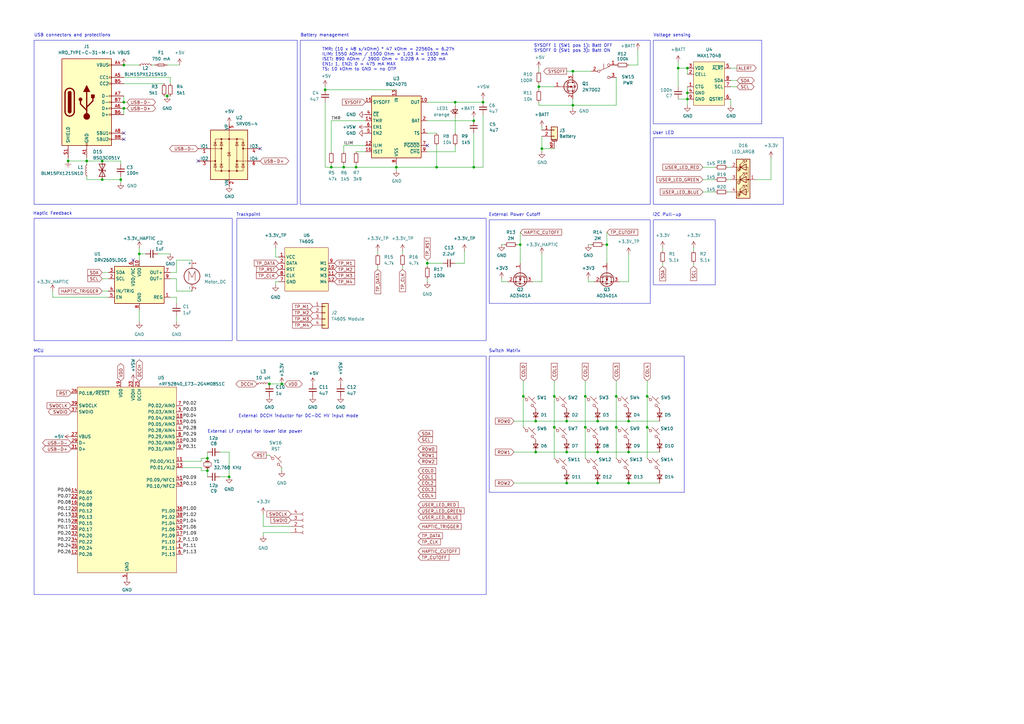
<source format=kicad_sch>
(kicad_sch (version 20231120) (generator "eeschema") (generator_version "8.0")
  (paper "A3")
  (junction (at 252.73 162.56))
  (junction (at 175.26 107.95))
  (junction (at 50.8 44.45))
  (junction (at 198.12 41.91))
  (junction (at 278.13 27.94))
  (junction (at 227.33 162.56))
  (junction (at 257.81 185.42))
  (junction (at 234.95 29.21))
  (junction (at 222.25 60.96))
  (junction (at 245.11 185.42))
  (junction (at 57.15 104.14))
  (junction (at 133.35 36.83))
  (junction (at 186.69 41.91))
  (junction (at 281.94 27.94))
  (junction (at 248.92 100.33))
  (junction (at 146.05 68.58))
  (junction (at 232.41 185.42))
  (junction (at 245.11 198.12))
  (junction (at 227.33 175.26))
  (junction (at 162.56 68.58))
  (junction (at 240.03 162.56))
  (junction (at 257.81 198.12))
  (junction (at 232.41 198.12))
  (junction (at 220.98 35.56))
  (junction (at 240.03 175.26))
  (junction (at 252.73 175.26))
  (junction (at 93.98 195.58))
  (junction (at 115.57 157.48))
  (junction (at 194.31 68.58))
  (junction (at 245.11 172.72))
  (junction (at 50.8 41.91))
  (junction (at 219.71 185.42))
  (junction (at 281.94 40.64))
  (junction (at 234.95 43.18))
  (junction (at 257.81 172.72))
  (junction (at 214.63 162.56))
  (junction (at 41.91 73.66))
  (junction (at 41.91 66.04))
  (junction (at 110.49 157.48))
  (junction (at 68.58 39.37))
  (junction (at 50.8 26.67))
  (junction (at 219.71 172.72))
  (junction (at 49.53 73.66))
  (junction (at 140.97 68.58))
  (junction (at 35.56 66.04))
  (junction (at 213.36 100.33))
  (junction (at 194.31 49.53) (diameter 0.9144))
  (junction (at 85.09 187.96))
  (junction (at 27.94 66.04))
  (junction (at 135.89 68.58))
  (junction (at 179.07 68.58))
  (junction (at 85.09 193.04))
  (junction (at 265.43 175.26))
  (junction (at 232.41 172.72))
  (junction (at 281.94 38.1))
  (junction (at 265.43 162.56))
  (no_connect (at 175.26 59.69))
  (no_connect (at 54.61 106.68))
  (no_connect (at 50.8 57.15))
  (no_connect (at 106.68 60.96))
  (no_connect (at 81.28 66.04))
  (no_connect (at 50.8 54.61))
  (wire (pts (xy 271.78 107.95) (xy 271.78 109.22)))
  (wire (pts (xy 252.73 175.26) (xy 252.73 187.96)))
  (wire (pts (xy 72.39 114.3) (xy 72.39 119.38)))
  (wire (pts (xy 252.73 31.75) (xy 252.73 43.18)))
  (wire (pts (xy 113.03 115.57) (xy 113.03 116.84)))
  (wire (pts (xy 232.41 198.12) (xy 245.11 198.12)))
  (wire (pts (xy 27.94 66.04) (xy 35.56 66.04)))
  (wire (pts (xy 302.26 27.94) (xy 299.72 27.94)))
  (wire (pts (xy 85.09 193.04) (xy 85.09 195.58)))
  (wire (pts (xy 41.91 114.3) (xy 44.45 114.3)))
  (wire (pts (xy 114.3 105.41) (xy 113.03 105.41)))
  (wire (pts (xy 82.55 187.96) (xy 85.09 187.96)))
  (wire (pts (xy 135.89 49.53) (xy 149.86 49.53)))
  (wire (pts (xy 82.55 193.04) (xy 85.09 193.04)))
  (wire (pts (xy 299.72 33.02) (xy 302.26 33.02)))
  (wire (pts (xy 49.53 67.31) (xy 49.53 66.04)))
  (wire (pts (xy 72.39 119.38) (xy 78.74 119.38)))
  (wire (pts (xy 298.45 78.74) (xy 299.72 78.74)))
  (wire (pts (xy 135.89 68.58) (xy 135.89 67.31)))
  (wire (pts (xy 218.44 115.57) (xy 222.25 115.57)))
  (wire (pts (xy 175.26 41.91) (xy 186.69 41.91)))
  (wire (pts (xy 219.71 185.42) (xy 232.41 185.42)))
  (wire (pts (xy 175.26 54.61) (xy 179.07 54.61)))
  (wire (pts (xy 107.95 210.82) (xy 107.95 215.9)))
  (wire (pts (xy 135.89 68.58) (xy 140.97 68.58)))
  (wire (pts (xy 135.89 49.53) (xy 135.89 62.23)))
  (wire (pts (xy 146.05 68.58) (xy 162.56 68.58)))
  (wire (pts (xy 107.95 218.44) (xy 119.38 218.44)))
  (wire (pts (xy 162.56 69.85) (xy 162.56 68.58)))
  (wire (pts (xy 69.85 121.92) (xy 72.39 121.92)))
  (wire (pts (xy 265.43 156.21) (xy 265.43 162.56)))
  (wire (pts (xy 220.98 43.18) (xy 220.98 41.91)))
  (wire (pts (xy 133.35 68.58) (xy 135.89 68.58)))
  (wire (pts (xy 222.25 62.23) (xy 222.25 60.96)))
  (wire (pts (xy 35.56 66.04) (xy 35.56 67.31)))
  (wire (pts (xy 288.29 78.74) (xy 293.37 78.74)))
  (wire (pts (xy 90.17 195.58) (xy 93.98 195.58)))
  (wire (pts (xy 257.81 172.72) (xy 270.51 172.72)))
  (wire (pts (xy 257.81 185.42) (xy 270.51 185.42)))
  (wire (pts (xy 247.65 100.33) (xy 248.92 100.33)))
  (wire (pts (xy 179.07 68.58) (xy 194.31 68.58)))
  (wire (pts (xy 82.55 189.23) (xy 82.55 187.96)))
  (wire (pts (xy 210.82 198.12) (xy 232.41 198.12)))
  (wire (pts (xy 35.56 72.39) (xy 35.56 73.66)))
  (wire (pts (xy 298.45 73.66) (xy 299.72 73.66)))
  (wire (pts (xy 298.45 68.58) (xy 299.72 68.58)))
  (wire (pts (xy 57.15 127) (xy 57.15 132.08)))
  (wire (pts (xy 234.95 40.64) (xy 234.95 43.18)))
  (wire (pts (xy 245.11 172.72) (xy 257.81 172.72)))
  (wire (pts (xy 205.74 114.3) (xy 205.74 115.57)))
  (wire (pts (xy 281.94 27.94) (xy 281.94 30.48)))
  (wire (pts (xy 82.55 191.77) (xy 82.55 193.04)))
  (wire (pts (xy 288.29 68.58) (xy 293.37 68.58)))
  (wire (pts (xy 220.98 35.56) (xy 227.33 35.56)))
  (wire (pts (xy 186.69 41.91) (xy 198.12 41.91)))
  (wire (pts (xy 72.39 111.76) (xy 69.85 111.76)))
  (wire (pts (xy 115.57 193.04) (xy 115.57 191.77)))
  (wire (pts (xy 261.62 20.32) (xy 261.62 26.67)))
  (wire (pts (xy 281.94 35.56) (xy 281.94 38.1)))
  (wire (pts (xy 227.33 162.56) (xy 227.33 175.26)))
  (wire (pts (xy 281.94 43.18) (xy 281.94 40.64)))
  (wire (pts (xy 68.58 26.67) (xy 73.66 26.67)))
  (wire (pts (xy 175.26 107.95) (xy 175.26 109.22)))
  (wire (pts (xy 186.69 48.26) (xy 186.69 54.61)))
  (wire (pts (xy 248.92 100.33) (xy 248.92 107.95)))
  (wire (pts (xy 210.82 185.42) (xy 219.71 185.42)))
  (wire (pts (xy 288.29 73.66) (xy 293.37 73.66)))
  (wire (pts (xy 113.03 101.6) (xy 113.03 105.41)))
  (wire (pts (xy 72.39 114.3) (xy 69.85 114.3)))
  (wire (pts (xy 271.78 101.6) (xy 271.78 102.87)))
  (wire (pts (xy 234.95 44.45) (xy 234.95 43.18)))
  (wire (pts (xy 146.05 62.23) (xy 149.86 62.23)))
  (wire (pts (xy 212.09 100.33) (xy 213.36 100.33)))
  (wire (pts (xy 220.98 27.94) (xy 220.98 29.21)))
  (wire (pts (xy 234.95 29.21) (xy 242.57 29.21)))
  (wire (pts (xy 140.97 59.69) (xy 140.97 62.23)))
  (wire (pts (xy 186.69 107.95) (xy 190.5 107.95)))
  (wire (pts (xy 133.35 35.56) (xy 133.35 36.83)))
  (wire (pts (xy 210.82 172.72) (xy 219.71 172.72)))
  (wire (pts (xy 278.13 27.94) (xy 281.94 27.94)))
  (wire (pts (xy 248.92 95.25) (xy 248.92 100.33)))
  (wire (pts (xy 57.15 101.6) (xy 57.15 104.14)))
  (wire (pts (xy 140.97 68.58) (xy 140.97 67.31)))
  (wire (pts (xy 198.12 40.64) (xy 198.12 41.91)))
  (wire (pts (xy 234.95 29.21) (xy 234.95 30.48)))
  (wire (pts (xy 27.94 64.77) (xy 27.94 66.04)))
  (wire (pts (xy 257.81 198.12) (xy 270.51 198.12)))
  (wire (pts (xy 140.97 59.69) (xy 149.86 59.69)))
  (wire (pts (xy 140.97 68.58) (xy 146.05 68.58)))
  (wire (pts (xy 90.17 185.42) (xy 93.98 185.42)))
  (wire (pts (xy 220.98 34.29) (xy 220.98 35.56)))
  (wire (pts (xy 214.63 162.56) (xy 214.63 175.26)))
  (wire (pts (xy 21.59 119.38) (xy 21.59 121.92)))
  (wire (pts (xy 278.13 25.4) (xy 278.13 27.94)))
  (wire (pts (xy 175.26 115.57) (xy 175.26 114.3)))
  (wire (pts (xy 241.3 115.57) (xy 243.84 115.57)))
  (wire (pts (xy 69.85 31.75) (xy 50.8 31.75)))
  (wire (pts (xy 162.56 68.58) (xy 179.07 68.58)))
  (wire (pts (xy 50.8 44.45) (xy 50.8 46.99)))
  (wire (pts (xy 107.95 218.44) (xy 107.95 219.71)))
  (wire (pts (xy 257.81 26.67) (xy 261.62 26.67)))
  (wire (pts (xy 278.13 27.94) (xy 278.13 35.56)))
  (wire (pts (xy 299.72 35.56) (xy 302.26 35.56)))
  (wire (pts (xy 284.48 101.6) (xy 284.48 102.87)))
  (wire (pts (xy 220.98 43.18) (xy 234.95 43.18)))
  (wire (pts (xy 227.33 175.26) (xy 227.33 187.96)))
  (wire (pts (xy 146.05 68.58) (xy 146.05 67.31)))
  (wire (pts (xy 222.25 52.07) (xy 222.25 53.34)))
  (wire (pts (xy 21.59 121.92) (xy 44.45 121.92)))
  (wire (pts (xy 72.39 132.08) (xy 72.39 129.54)))
  (wire (pts (xy 133.35 36.83) (xy 162.56 36.83)))
  (wire (pts (xy 241.3 100.33) (xy 242.57 100.33)))
  (wire (pts (xy 265.43 175.26) (xy 265.43 187.96)))
  (wire (pts (xy 41.91 66.04) (xy 35.56 66.04)))
  (wire (pts (xy 316.23 64.77) (xy 316.23 73.66)))
  (wire (pts (xy 50.8 26.67) (xy 57.15 26.67)))
  (wire (pts (xy 222.25 60.96) (xy 227.33 60.96)))
  (wire (pts (xy 49.53 66.04) (xy 41.91 66.04)))
  (wire (pts (xy 175.26 62.23) (xy 186.69 62.23)))
  (wire (pts (xy 252.73 156.21) (xy 252.73 162.56)))
  (wire (pts (xy 265.43 162.56) (xy 265.43 175.26)))
  (wire (pts (xy 299.72 43.18) (xy 299.72 40.64)))
  (wire (pts (xy 35.56 64.77) (xy 35.56 66.04)))
  (wire (pts (xy 109.22 186.69) (xy 110.49 186.69)))
  (wire (pts (xy 175.26 49.53) (xy 194.31 49.53)))
  (wire (pts (xy 57.15 104.14) (xy 59.69 104.14)))
  (wire (pts (xy 49.53 73.66) (xy 41.91 73.66)))
  (wire (pts (xy 110.49 157.48) (xy 115.57 157.48)))
  (wire (pts (xy 115.57 157.48) (xy 116.84 157.48)))
  (wire (pts (xy 165.1 102.87) (xy 165.1 104.14)))
  (wire (pts (xy 78.74 106.68) (xy 72.39 106.68)))
  (wire (pts (xy 278.13 40.64) (xy 281.94 40.64)))
  (wire (pts (xy 165.1 109.22) (xy 165.1 110.49)))
  (wire (pts (xy 72.39 121.92) (xy 72.39 124.46)))
  (wire (pts (xy 198.12 46.99) (xy 198.12 68.58)))
  (wire (pts (xy 198.12 68.58) (xy 194.31 68.58)))
  (wire (pts (xy 245.11 185.42) (xy 257.81 185.42)))
  (wire (pts (xy 219.71 172.72) (xy 232.41 172.72)))
  (wire (pts (xy 213.36 100.33) (xy 213.36 107.95)))
  (wire (pts (xy 107.95 215.9) (xy 119.38 215.9)))
  (wire (pts (xy 240.03 175.26) (xy 240.03 187.96)))
  (wire (pts (xy 49.53 74.93) (xy 49.53 73.66)))
  (wire (pts (xy 64.77 104.14) (xy 69.85 104.14)))
  (wire (pts (xy 74.93 191.77) (xy 82.55 191.77)))
  (wire (pts (xy 240.03 156.21) (xy 240.03 162.56)))
  (wire (pts (xy 284.48 109.22) (xy 284.48 107.95)))
  (wire (pts (xy 57.15 104.14) (xy 57.15 106.68)))
  (wire (pts (xy 154.94 102.87) (xy 154.94 104.14)))
  (wire (pts (xy 190.5 102.87) (xy 190.5 107.95)))
  (wire (pts (xy 62.23 26.67) (xy 63.5 26.67)))
  (wire (pts (xy 93.98 185.42) (xy 93.98 195.58)))
  (wire (pts (xy 257.81 115.57) (xy 254 115.57)))
  (wire (pts (xy 50.8 39.37) (xy 50.8 41.91)))
  (wire (pts (xy 72.39 106.68) (xy 72.39 111.76)))
  (wire (pts (xy 85.09 185.42) (xy 85.09 187.96)))
  (wire (pts (xy 114.3 115.57) (xy 113.03 115.57)))
  (wire (pts (xy 35.56 73.66) (xy 41.91 73.66)))
  (wire (pts (xy 67.31 39.37) (xy 68.58 39.37)))
  (wire (pts (xy 179.07 59.69) (xy 179.07 68.58)))
  (wire (pts (xy 241.3 114.3) (xy 241.3 115.57)))
  (wire (pts (xy 281.94 38.1) (xy 281.94 40.64)))
  (wire (pts (xy 50.8 34.29) (xy 67.31 34.29)))
  (wire (pts (xy 205.74 115.57) (xy 208.28 115.57)))
  (wire (pts (xy 220.98 36.83) (xy 220.98 35.56)))
  (wire (pts (xy 245.11 198.12) (xy 257.81 198.12)))
  (wire (pts (xy 186.69 59.69) (xy 186.69 62.23)))
  (wire (pts (xy 232.41 185.42) (xy 245.11 185.42)))
  (wire (pts (xy 240.03 162.56) (xy 240.03 175.26)))
  (wire (pts (xy 227.33 156.21) (xy 227.33 162.56)))
  (wire (pts (xy 186.69 43.18) (xy 186.69 41.91)))
  (wire (pts (xy 205.74 100.33) (xy 207.01 100.33)))
  (wire (pts (xy 232.41 172.72) (xy 245.11 172.72)))
  (wire (pts (xy 232.41 29.21) (xy 234.95 29.21)))
  (wire (pts (xy 162.56 68.58) (xy 162.56 67.31)))
  (wire (pts (xy 175.26 107.95) (xy 181.61 107.95)))
  (wire (pts (xy 49.53 73.66) (xy 49.53 72.39)))
  (wire (pts (xy 194.31 48.26) (xy 194.31 49.53)))
  (wire (pts (xy 252.73 162.56) (xy 252.73 175.26)))
  (wire (pts (xy 222.25 104.14) (xy 222.25 115.57)))
  (wire (pts (xy 222.25 55.88) (xy 222.25 60.96)))
  (wire (pts (xy 69.85 34.29) (xy 69.85 31.75)))
  (wire (pts (xy 175.26 106.68) (xy 175.26 107.95)))
  (wire (pts (xy 68.58 39.37) (xy 69.85 39.37)))
  (wire (pts (xy 50.8 41.91) (xy 52.07 41.91)))
  (wire (pts (xy 41.91 119.38) (xy 44.45 119.38)))
  (wire (pts (xy 214.63 156.21) (xy 214.63 162.56)))
  (wire (pts (xy 50.8 44.45) (xy 52.07 44.45)))
  (wire (pts (xy 194.31 54.61) (xy 194.31 68.58)))
  (wire (pts (xy 257.81 104.14) (xy 257.81 115.57)))
  (wire (pts (xy 133.35 41.91) (xy 133.35 68.58)))
  (wire (pts (xy 252.73 43.18) (xy 234.95 43.18)))
  (wire (pts (xy 213.36 95.25) (xy 213.36 100.33)))
  (wire (pts (xy 41.91 111.76) (xy 44.45 111.76)))
  (wire (pts (xy 74.93 189.23) (xy 82.55 189.23)))
  (wire (pts (xy 154.94 109.22) (xy 154.94 110.49)))
  (wire (pts (xy 309.88 73.66) (xy 316.23 73.66)))
  (rectangle (start 97.155 89.535) (end 199.39 139.7))
  (rectangle (start 13.97 16.51) (end 121.92 83.82))
  (rectangle (start 267.97 56.515) (end 321.31 83.82))
  (rectangle (start 267.97 16.51) (end 312.42 50.8))
  (rectangle (start 200.66 90.17) (end 266.7 124.46))
  (rectangle (start 13.97 146.05) (end 199.39 243.84))
  (rectangle (start 123.19 16.51) (end 266.7 83.82))
  (rectangle (start 267.97 90.17) (end 293.37 116.84))
  (rectangle (start 13.97 89.535) (end 95.25 139.7))
  (rectangle (start 200.66 146.05) (end 280.67 201.93))
  (text "Trackpoint" (at 101.854 88.138 0) (effects (font (size 1.27 1.27))))
  (text "USB connectors and protections" (at 13.97 15.24 0) (effects (font (size 1.27 1.27)) (justify left bottom)))
  (text "External LF crystal for lower idle power" (at 85.09 177.8 0) (effects (font (size 1.27 1.27)) (justify left bottom)))
  (text "Haptic Feedback" (at 21.59 87.63 0) (effects (font (size 1.27 1.27))))
  (text "User LED" (at 272.034 54.61 0) (effects (font (size 1.27 1.27))))
  (text "I2C Pull-up" (at 273.558 88.138 0) (effects (font (size 1.27 1.27))))
  (text "Switch Matrix" (at 207.01 144.018 0) (effects (font (size 1.27 1.27))))
  (text "TMR: (10 x 48 s/kOhm) * 47 kOhm = 22560s = 6.27h\nILIM: 1550 AOhm / 1500 Ohm = 1.03 A = 1030 mA\nISET: 890 AOhm / 3900 Ohm = 0.228 A = 230 mA\nEN1: 1, EN2: 0 = 475 mA MAX\nTS: 10 kOhm to GND = no OTP" (at 132.08 29.21 0) (effects (font (size 1.27 1.27)) (justify left bottom)))
  (text "External DCCH inductor for DC-DC HV input mode" (at 97.79 171.45 0) (effects (font (size 1.27 1.27)) (justify left bottom)))
  (text "Voltage sensing" (at 267.97 15.24 0) (effects (font (size 1.27 1.27)) (justify left bottom)))
  (text "SYSOFF 1 (SW1 pos 1): Batt OFF\nSYSOFF 0 (SW1 pos 3): Batt ON" (at 218.948 21.59 0) (effects (font (size 1.27 1.27)) (justify left bottom)))
  (text "Battery management" (at 123.19 15.24 0) (effects (font (size 1.27 1.27)) (justify left bottom)))
  (text "External Power Cutoff" (at 211.074 88.138 0) (effects (font (size 1.27 1.27))))
  (text "MCU" (at 13.716 144.78 0) (effects (font (size 1.27 1.27)) (justify left bottom)))
  (label "P0.31" (at 74.93 184.15 0))
  (label "P0.13" (at 29.21 212.09 180))
  (label "TMR" (at 135.89 49.53 0))
  (label "P0.15" (at 29.21 214.63 180))
  (label "P0.17" (at 29.21 217.17 180))
  (label "ILIM" (at 140.97 59.69 0))
  (label "P0.08" (at 29.21 207.01 180))
  (label "P1.11" (at 74.93 224.79 0))
  (label "P0.24" (at 29.21 224.79 180))
  (label "P1.06" (at 74.93 217.17 0))
  (label "P0.20" (at 29.21 219.71 180))
  (label "P0.30" (at 74.93 181.61 0))
  (label "P0.28" (at 74.93 176.53 0))
  (label "P1.02" (at 74.93 212.09 0))
  (label "P0.03" (at 74.93 168.91 0))
  (label "P1.04" (at 74.93 214.63 0))
  (label "P0.09" (at 74.93 196.85 0))
  (label "P0.26" (at 29.21 227.33 180))
  (label "P1.00" (at 74.93 209.55 0))
  (label "P1.13" (at 74.93 227.33 0))
  (label "P0.22" (at 29.21 222.25 180))
  (label "P0.29" (at 74.93 179.07 0))
  (label "P0.07" (at 29.21 204.47 180))
  (label "P0.02" (at 74.93 166.37 0))
  (label "P0.06" (at 29.21 201.93 180))
  (label "P.1.10" (at 74.93 222.25 0))
  (label "P1.09" (at 74.93 219.71 0))
  (label "P0.12" (at 29.21 209.55 180))
  (label "P0.05" (at 74.93 173.99 0))
  (label "P0.10" (at 74.93 199.39 0))
  (label "P0.04" (at 74.93 171.45 0))
  (global_label "TP_CLK" (shape input) (at 165.1 110.49 270) (property "Intersheetrefs" "${INTERSHEET_REFS}" (effects (hide yes))))
  (global_label "VDD" (shape bidirectional) (at 116.84 157.48 0) (property "Intersheetrefs" "${INTERSHEET_REFS}" (effects (hide yes))))
  (global_label "TP_M2" (shape input) (at 128.27 128.27 180) (property "Intersheetrefs" "${INTERSHEET_REFS}" (effects (hide yes))))
  (global_label "ROW1" (shape input) (at 171.45 186.69 0) (property "Intersheetrefs" "${INTERSHEET_REFS}" (effects (hide yes))))
  (global_label "RST" (shape output) (at 109.22 186.69 180) (property "Intersheetrefs" "${INTERSHEET_REFS}" (effects (hide yes))))
  (global_label "HAPTIC_TRIGGER" (shape input) (at 171.45 215.9 0) (property "Intersheetrefs" "${INTERSHEET_REFS}" (effects (hide yes))))
  (global_label "SWDIO" (shape bidirectional) (at 29.21 168.91 180) (property "Intersheetrefs" "${INTERSHEET_REFS}" (effects (hide yes))))
  (global_label "TP_DATA" (shape input) (at 154.94 110.49 270) (property "Intersheetrefs" "${INTERSHEET_REFS}" (effects (hide yes))))
  (global_label "VDD" (shape bidirectional) (at 49.53 156.21 90) (property "Intersheetrefs" "${INTERSHEET_REFS}" (effects (hide yes))))
  (global_label "USB-D-" (shape bidirectional) (at 29.21 181.61 180) (property "Intersheetrefs" "${INTERSHEET_REFS}" (effects (hide yes))))
  (global_label "USER_LED_BLUE" (shape input) (at 171.45 212.09 0) (property "Intersheetrefs" "${INTERSHEET_REFS}" (effects (hide yes))))
  (global_label "COL0" (shape input) (at 171.45 193.04 0) (property "Intersheetrefs" "${INTERSHEET_REFS}" (effects (hide yes))))
  (global_label "TP_RST" (shape input) (at 114.3 110.49 180) (property "Intersheetrefs" "${INTERSHEET_REFS}" (effects (hide yes))))
  (global_label "SWDCLK" (shape input) (at 119.38 210.82 180) (property "Intersheetrefs" "${INTERSHEET_REFS}" (effects (hide yes))))
  (global_label "SDA" (shape input) (at 171.45 177.8 0) (property "Intersheetrefs" "${INTERSHEET_REFS}" (effects (hide yes))))
  (global_label "SCL" (shape input) (at 41.91 114.3 180) (property "Intersheetrefs" "${INTERSHEET_REFS}" (effects (hide yes))))
  (global_label "SWDIO" (shape input) (at 119.38 213.36 180) (property "Intersheetrefs" "${INTERSHEET_REFS}" (effects (hide yes))))
  (global_label "COL2" (shape input) (at 240.03 156.21 90) (property "Intersheetrefs" "${INTERSHEET_REFS}" (effects (hide yes))))
  (global_label "DCCH" (shape bidirectional) (at 105.41 157.48 180) (property "Intersheetrefs" "${INTERSHEET_REFS}" (effects (hide yes))))
  (global_label "TP_RST" (shape input) (at 175.26 106.68 90) (property "Intersheetrefs" "${INTERSHEET_REFS}" (effects (hide yes))))
  (global_label "COL2" (shape input) (at 171.45 198.12 0) (property "Intersheetrefs" "${INTERSHEET_REFS}" (effects (hide yes))))
  (global_label "TP_M1" (shape input) (at 137.16 107.95 0) (property "Intersheetrefs" "${INTERSHEET_REFS}" (effects (hide yes))))
  (global_label "SDA" (shape bidirectional) (at 302.26 33.02 0) (property "Intersheetrefs" "${INTERSHEET_REFS}" (effects (hide yes))))
  (global_label "TP_DATA" (shape input) (at 114.3 107.95 180) (property "Intersheetrefs" "${INTERSHEET_REFS}" (effects (hide yes))))
  (global_label "TP_M4" (shape input) (at 137.16 115.57 0) (property "Intersheetrefs" "${INTERSHEET_REFS}" (effects (hide yes))))
  (global_label "SCL" (shape bidirectional) (at 302.26 35.56 0) (property "Intersheetrefs" "${INTERSHEET_REFS}" (effects (hide yes))))
  (global_label "TP_M1" (shape input) (at 128.27 125.73 180) (property "Intersheetrefs" "${INTERSHEET_REFS}" (effects (hide yes))))
  (global_label "COL3" (shape input) (at 171.45 200.66 0) (property "Intersheetrefs" "${INTERSHEET_REFS}" (effects (hide yes))))
  (global_label "TP_CLK" (shape input) (at 114.3 113.03 180) (property "Intersheetrefs" "${INTERSHEET_REFS}" (effects (hide yes))))
  (global_label "HAPTIC_CUTOFF" (shape input) (at 213.36 95.25 0) (property "Intersheetrefs" "${INTERSHEET_REFS}" (effects (hide yes))))
  (global_label "TP_M4" (shape input) (at 128.27 133.35 180) (property "Intersheetrefs" "${INTERSHEET_REFS}" (effects (hide yes))))
  (global_label "HAPTIC_CUTOFF" (shape input) (at 171.45 226.06 0) (property "Intersheetrefs" "${INTERSHEET_REFS}" (effects (hide yes))))
  (global_label "ROW2" (shape input) (at 171.45 189.23 0) (property "Intersheetrefs" "${INTERSHEET_REFS}" (effects (hide yes))))
  (global_label "USER_LED_BLUE" (shape input) (at 288.29 78.74 180) (property "Intersheetrefs" "${INTERSHEET_REFS}" (effects (hide yes))))
  (global_label "USB-D+" (shape bidirectional) (at 106.68 66.04 0) (property "Intersheetrefs" "${INTERSHEET_REFS}" (effects (hide yes))))
  (global_label "ROW0" (shape input) (at 210.82 172.72 180) (property "Intersheetrefs" "${INTERSHEET_REFS}" (effects (hide yes))))
  (global_label "RST" (shape input) (at 29.21 161.29 180) (property "Intersheetrefs" "${INTERSHEET_REFS}" (effects (hide yes))))
  (global_label "COL4" (shape input) (at 265.43 156.21 90) (property "Intersheetrefs" "${INTERSHEET_REFS}" (effects (hide yes))))
  (global_label "TP_M3" (shape input) (at 137.16 113.03 0) (property "Intersheetrefs" "${INTERSHEET_REFS}" (effects (hide yes))))
  (global_label "ROW2" (shape input) (at 210.82 198.12 180) (property "Intersheetrefs" "${INTERSHEET_REFS}" (effects (hide yes))))
  (global_label "COL1" (shape input) (at 171.45 195.58 0) (property "Intersheetrefs" "${INTERSHEET_REFS}" (effects (hide yes))))
  (global_label "USB-D+" (shape bidirectional) (at 52.07 44.45 0) (property "Intersheetrefs" "${INTERSHEET_REFS}" (effects (hide yes))))
  (global_label "SCL" (shape input) (at 284.48 109.22 270) (property "Intersheetrefs" "${INTERSHEET_REFS}" (effects (hide yes))))
  (global_label "ALERT" (shape output) (at 302.26 27.94 0) (property "Intersheetrefs" "${INTERSHEET_REFS}" (effects (hide yes))))
  (global_label "SDA" (shape input) (at 271.78 109.22 270) (property "Intersheetrefs" "${INTERSHEET_REFS}" (effects (hide yes))))
  (global_label "COL3" (shape input) (at 252.73 156.21 90) (property "Intersheetrefs" "${INTERSHEET_REFS}" (effects (hide yes))))
  (global_label "SDA" (shape input) (at 41.91 111.76 180) (property "Intersheetrefs" "${INTERSHEET_REFS}" (effects (hide yes))))
  (global_label "TP_M2" (shape input) (at 137.16 110.49 0) (property "Intersheetrefs" "${INTERSHEET_REFS}" (effects (hide yes))))
  (global_label "USER_LED_GREEN" (shape input) (at 288.29 73.66 180) (property "Intersheetrefs" "${INTERSHEET_REFS}" (effects (hide yes))))
  (global_label "SCL" (shape input) (at 171.45 180.34 0) (property "Intersheetrefs" "${INTERSHEET_REFS}" (effects (hide yes))))
  (global_label "ROW1" (shape input) (at 210.82 185.42 180) (property "Intersheetrefs" "${INTERSHEET_REFS}" (effects (hide yes))))
  (global_label "TP_CUTOFF" (shape input) (at 248.92 95.25 0) (property "Intersheetrefs" "${INTERSHEET_REFS}" (effects (hide yes))))
  (global_label "SYSOFF" (shape output) (at 232.41 29.21 180) (property "Intersheetrefs" "${INTERSHEET_REFS}" (effects (hide yes))))
  (global_label "USB-D-" (shape bidirectional) (at 52.07 41.91 0) (property "Intersheetrefs" "${INTERSHEET_REFS}" (effects (hide yes))))
  (global_label "SWDCLK" (shape input) (at 29.21 166.37 180) (property "Intersheetrefs" "${INTERSHEET_REFS}" (effects (hide yes))))
  (global_label "COL0" (shape input) (at 214.63 156.21 90) (property "Intersheetrefs" "${INTERSHEET_REFS}" (effects (hide yes))))
  (global_label "COL4" (shape input) (at 171.45 203.2 0) (property "Intersheetrefs" "${INTERSHEET_REFS}" (effects (hide yes))))
  (global_label "USER_LED_GREEN" (shape input) (at 171.45 209.55 0) (property "Intersheetrefs" "${INTERSHEET_REFS}" (effects (hide yes))))
  (global_label "COL1" (shape input) (at 227.33 156.21 90) (property "Intersheetrefs" "${INTERSHEET_REFS}" (effects (hide yes))))
  (global_label "HAPTIC_TRIGGER" (shape input) (at 41.91 119.38 180) (property "Intersheetrefs" "${INTERSHEET_REFS}" (effects (hide yes))))
  (global_label "DCCH" (shape bidirectional) (at 57.15 156.21 90) (property "Intersheetrefs" "${INTERSHEET_REFS}" (effects (hide yes))))
  (global_label "ROW0" (shape input) (at 171.45 184.15 0) (property "Intersheetrefs" "${INTERSHEET_REFS}" (effects (hide yes))))
  (global_label "USB-D+" (shape bidirectional) (at 29.21 184.15 180) (property "Intersheetrefs" "${INTERSHEET_REFS}" (effects (hide yes))))
  (global_label "TP_CLK" (shape input) (at 171.45 222.25 0) (property "Intersheetrefs" "${INTERSHEET_REFS}" (effects (hide yes))))
  (global_label "USER_LED_RED" (shape input) (at 288.29 68.58 180) (property "Intersheetrefs" "${INTERSHEET_REFS}" (effects (hide yes))))
  (global_label "TP_CUTOFF" (shape input) (at 171.45 228.6 0) (property "Intersheetrefs" "${INTERSHEET_REFS}" (effects (hide yes))))
  (global_label "USER_LED_RED" (shape input) (at 171.45 207.01 0) (property "Intersheetrefs" "${INTERSHEET_REFS}" (effects (hide yes))))
  (global_label "TP_M3" (shape input) (at 128.27 130.81 180) (property "Intersheetrefs" "${INTERSHEET_REFS}" (effects (hide yes))))
  (global_label "USB-D-" (shape bidirectional) (at 81.28 60.96 180) (property "Intersheetrefs" "${INTERSHEET_REFS}" (effects (hide yes))))
  (global_label "TP_DATA" (shape input) (at 171.45 219.71 0) (property "Intersheetrefs" "${INTERSHEET_REFS}" (effects (hide yes))))
  (global_label "SYSOFF" (shape input) (at 149.86 41.91 180) (property "Intersheetrefs" "${INTERSHEET_REFS}" (effects (hide yes))))
  (symbol (lib_id "Device:R_Small") (at 245.11 100.33 90) (unit 1)
    (property "Reference" "R14" (at 245.11 95.25 90))
    (property "Value" "2M" (at 245.11 97.79 90))
    (property "Footprint" "Resistor_SMD:R_0805_2012Metric" (effects (hide yes)))
    (property "LCSC Part Number" "C26112" (effects (hide yes)))
  )
  (symbol (lib_id "Device:C_Small") (at 49.53 69.85 0) (unit 1)
    (property "Reference" "C3" (at 51.8668 68.6816 0) (effects (justify left)))
    (property "Value" "100n" (at 51.8668 70.993 0) (effects (justify left)))
    (property "Footprint" "Capacitor_SMD:C_0402_1005Metric" (effects (hide yes)))
    (property "Notes" "X7R, 10%" (effects (hide yes)))
  )
  (symbol (lib_id "Device:D_Small") (at 270.51 195.58 90) (unit 1)
    (property "Reference" "D14" (at 272.542 195.58 90) (effects (justify right)))
    (property "Value" "D_Small" (effects (hide yes)))
    (property "Description" "Diode, small symbol" (effects (hide yes)))
    (property "Sim.Device" "D" (effects (hide yes)))
    (property "Sim.Pins" "1=K 2=A" (effects (hide yes)))
  )
  (symbol (lib_id "Device:D_TVS") (at 41.91 69.85 90) (unit 1)
    (property "Reference" "D15" (at 38.1 62.23 90) (effects (justify right)))
    (property "Value" "BSD3C051V" (at 38.1 64.77 90) (effects (justify right)))
    (property "Footprint" "Diode_SMD:D_SOD-323" (effects (hide yes)))
  )
  (symbol (lib_id "Device:D_Small") (at 257.81 182.88 90) (unit 1)
    (property "Reference" "D9" (at 259.842 182.88 90) (effects (justify right)))
    (property "Value" "D_Small" (effects (hide yes)))
    (property "Description" "Diode, small symbol" (effects (hide yes)))
    (property "Sim.Device" "D" (effects (hide yes)))
    (property "Sim.Pins" "1=K 2=A" (effects (hide yes)))
  )
  (symbol (lib_name "+3.3V_3") (lib_id "power:+3.3V") (at 107.95 210.82 0) (unit 1)
    (property "Reference" "#PWR056" (effects (hide yes)))
    (property "Value" "+3.3V" (at 107.95 205.74 0))
    (property "Description" "Power symbol creates a global label with name \"+3.3V\"" (effects (hide yes)))
  )
  (symbol (lib_id "Device:R_Small") (at 69.85 36.83 0) (mirror x) (unit 1)
    (property "Reference" "R4" (at 72.39 35.5599 0) (effects (justify left)))
    (property "Value" "5k1" (at 72.39 38.0999 0) (effects (justify left)))
    (property "Footprint" "Resistor_SMD:R_0402_1005Metric" (effects (hide yes)))
  )
  (symbol (lib_id "power:GND") (at 222.25 62.23 0) (unit 1)
    (property "Reference" "#PWR026" (effects (hide yes)))
    (property "Value" "GND" (at 222.377 66.6242 0))
  )
  (symbol (lib_id "Device:D_Small") (at 219.71 182.88 90) (unit 1)
    (property "Reference" "D6" (at 221.742 182.88 90) (effects (justify right)))
    (property "Value" "D_Small" (effects (hide yes)))
    (property "Description" "Diode, small symbol" (effects (hide yes)))
    (property "Sim.Device" "D" (effects (hide yes)))
    (property "Sim.Pins" "1=K 2=A" (effects (hide yes)))
  )
  (symbol (lib_id "power:VBUS") (at 50.8 26.67 0) (unit 1)
    (property "Reference" "#PWR010" (effects (hide yes)))
    (property "Value" "VBUS" (at 50.8 21.59 0))
  )
  (symbol (lib_id "power:+5V") (at 29.21 179.07 90) (unit 1)
    (property "Reference" "#PWR036" (effects (hide yes)))
    (property "Value" "+5V" (at 24.13 179.07 90))
  )
  (symbol (lib_id "Device:D_Small") (at 270.51 182.88 90) (unit 1)
    (property "Reference" "D10" (at 272.542 182.88 90) (effects (justify right)))
    (property "Value" "D_Small" (effects (hide yes)))
    (property "Description" "Diode, small symbol" (effects (hide yes)))
    (property "Sim.Device" "D" (effects (hide yes)))
    (property "Sim.Pins" "1=K 2=A" (effects (hide yes)))
  )
  (symbol (lib_id "Device:Crystal_Small") (at 85.09 190.5 90) (unit 1)
    (property "Reference" "Y1" (at 87.63 189.23 90) (effects (justify right)))
    (property "Value" "32.768 KHz" (at 87.63 191.77 90) (effects (justify right)))
    (property "Footprint" "Crystal:Crystal_SMD_2012-2Pin_2.0x1.2mm" (effects (hide yes)))
    (property "Datasheet" "https://datasheet.lcsc.com/szlcsc/KDS-Daishinku-KDS-32-768KHz-12-5PF-20ppm_C93231.pdf" (effects (hide yes)))
    (property "LCSC" "C55208" (effects (hide yes)))
  )
  (symbol (lib_id "hyperpotato:+3.3V_TP") (at 190.5 102.87 0) (unit 1)
    (property "Reference" "#PWR054" (effects (hide yes)))
    (property "Value" "+3.3V_TP" (at 190.5 97.79 0))
    (property "Description" "Power symbol creates a global label with name \"+3.3V_TP\"" (effects (hide yes)))
  )
  (symbol (lib_id "Connector_Generic_MountingPin:Conn_01x02_MountingPin") (at 227.33 53.34 0) (unit 1)
    (property "Reference" "J3" (at 229.362 53.5432 0) (effects (justify left)))
    (property "Value" "Battery" (at 229.362 55.8546 0) (effects (justify left)))
    (property "Footprint" "PCM_marbastlib-various:Molex_Pico-EZmate_78171-0002_1x02-1MP_P1.20mm_Vertical" (effects (hide yes)))
    (property "LCSC" "C505023" (effects (hide yes)))
  )
  (symbol (lib_id "Device:D_Small") (at 232.41 170.18 90) (unit 1)
    (property "Reference" "D2" (at 234.442 170.18 90) (effects (justify right)))
    (property "Value" "D_Small" (effects (hide yes)))
    (property "Description" "Diode, small symbol" (effects (hide yes)))
    (property "Sim.Device" "D" (effects (hide yes)))
    (property "Sim.Pins" "1=K 2=A" (effects (hide yes)))
  )
  (symbol (lib_id "hyperpotato:+3.3V_TP") (at 165.1 102.87 0) (unit 1)
    (property "Reference" "#PWR052" (effects (hide yes)))
    (property "Value" "+3.3V_TP" (at 165.1 97.79 0))
    (property "Description" "Power symbol creates a global label with name \"+3.3V_TP\"" (effects (hide yes)))
  )
  (symbol (lib_id "Connector:Conn_01x04_Socket") (at 124.46 215.9 0) (mirror x) (unit 1)
    (property "Reference" "J5" (effects (hide yes)))
    (property "Value" "Conn_01x04_Socket" (effects (hide yes)))
    (property "Description" "Generic connector, single row, 01x04, script generated" (effects (hide yes)))
  )
  (symbol (lib_id "Switch:SW_Push_45deg") (at 113.03 189.23 0) (unit 1)
    (property "Reference" "SW16" (at 113.03 181.61 0))
    (property "Value" "RST" (at 113.03 184.15 0))
    (property "Footprint" "PCM_marbastlib-various:SW_SPST_SKQG_WithStem" (effects (hide yes)))
  )
  (symbol (lib_id "Device:C_Small") (at 194.31 52.07 0) (unit 1)
    (property "Reference" "C5" (at 200.66 51.0286 0) (effects (justify left)))
    (property "Value" "4u7" (at 200.66 53.34 0) (effects (justify left)))
    (property "Footprint" "Capacitor_SMD:C_0402_1005Metric" (effects (hide yes)))
    (property "Notes" "X7R, 10%" (effects (hide yes)))
  )
  (symbol (lib_id "Switch:SW_Push_45deg") (at 217.17 177.8 0) (unit 1)
    (property "Reference" "SW6" (at 222.25 175.768 0))
    (property "Value" "SW_Push_45deg" (effects (hide yes)))
    (property "Description" "Push button switch, normally open, two pins, 45° tilted" (effects (hide yes)))
  )
  (symbol (lib_id "power:GND") (at 93.98 76.2 0) (unit 1)
    (property "Reference" "#PWR016" (effects (hide yes)))
    (property "Value" "GND" (at 94.107 80.5942 0))
  )
  (symbol (lib_id "power:Earth") (at 27.94 66.04 0) (unit 1)
    (property "Reference" "#PWR08" (effects (hide yes)))
    (property "Value" "Earth" (effects (hide yes)))
  )
  (symbol (lib_id "power:+3.3V") (at 115.57 157.48 0) (unit 1)
    (property "Reference" "#PWR041" (effects (hide yes)))
    (property "Value" "+3.3V" (at 115.57 151.765 90))
  )
  (symbol (lib_id "power:GND") (at 93.98 195.58 0) (unit 1)
    (property "Reference" "#PWR039" (effects (hide yes)))
    (property "Value" "GND" (at 93.98 200.66 0))
  )
  (symbol (lib_id "power:GND") (at 49.53 74.93 0) (unit 1)
    (property "Reference" "#PWR09" (effects (hide yes)))
    (property "Value" "GND" (at 52.07 76.1999 0) (effects (justify left)))
  )
  (symbol (lib_id "power:GND") (at 281.94 43.18 0) (unit 1)
    (property "Reference" "#PWR030" (effects (hide yes)))
    (property "Value" "GND" (at 282.067 47.5742 0))
  )
  (symbol (lib_id "hyperpotato:+3.3V_TP") (at 154.94 102.87 0) (unit 1)
    (property "Reference" "#PWR051" (effects (hide yes)))
    (property "Value" "+3.3V_TP" (at 154.94 97.79 0))
    (property "Description" "Power symbol creates a global label with name \"+3.3V_TP\"" (effects (hide yes)))
  )
  (symbol (lib_id "hyperpotato:+3.3V_HAPTIC") (at 21.59 119.38 0) (unit 1)
    (property "Reference" "#PWR07" (effects (hide yes)))
    (property "Value" "+3.3V_HAPTIC" (at 21.59 115.57 0))
    (property "Description" "Power symbol creates a global label with name \"+3.3V_HAPTIC\"" (effects (hide yes)))
  )
  (symbol (lib_id "hyperpotato:+3.3V_HAPTIC") (at 222.25 104.14 0) (unit 1)
    (property "Reference" "#PWR032" (effects (hide yes)))
    (property "Value" "+3.3V_HAPTIC" (at 222.25 100.33 0))
    (property "Description" "Power symbol creates a global label with name \"+3.3V_HAPTIC\"" (effects (hide yes)))
  )
  (symbol (lib_id "Switch:SW_Push_45deg") (at 255.27 165.1 0) (unit 1)
    (property "Reference" "SW4" (at 260.35 163.068 0))
    (property "Value" "SW_Push_45deg" (effects (hide yes)))
    (property "Description" "Push button switch, normally open, two pins, 45° tilted" (effects (hide yes)))
  )
  (symbol (lib_id "power:+5V") (at 93.98 50.8 0) (unit 1)
    (property "Reference" "#PWR015" (effects (hide yes)))
    (property "Value" "+5V" (at 93.98 45.72 0))
  )
  (symbol (lib_id "power:GND") (at 52.07 237.49 0) (unit 1)
    (property "Reference" "#PWR037" (effects (hide yes)))
    (property "Value" "GND" (at 52.07 241.935 0))
  )
  (symbol (lib_id "Driver_Haptic:DRV2605LDGS") (at 57.15 116.84 0) (unit 1)
    (property "Reference" "U1" (at 38.608 104.14 0) (effects (justify left)))
    (property "Value" "DRV2605LDGS" (at 38.608 106.68 0) (effects (justify left)))
    (property "Footprint" "Package_SO:VSSOP-10_3x3mm_P0.5mm" (effects (hide yes)))
    (property "Datasheet" "http://www.ti.com/lit/ds/symlink/drv2605l.pdf" (effects (hide yes)))
    (property "Description" "Haptic driver for LRAs and ERMs with effect library, 2-5.2V, VSSOP-10" (effects (hide yes)))
  )
  (symbol (lib_id "Device:L_Small") (at 35.56 69.85 0) (mirror y) (unit 1)
    (property "Reference" "L1" (at 34.29 68.5799 0) (effects (justify left)))
    (property "Value" "BLM15PX121SN1D" (at 34.29 71.1199 0) (effects (justify left)))
    (property "Footprint" "Inductor_SMD:L_0402_1005Metric" (effects (hide yes)))
  )
  (symbol (lib_id "Device:Fuse_Small") (at 66.04 26.67 0) (unit 1)
    (property "Reference" "F1" (at 66.04 21.59 0))
    (property "Value" "750 mA" (at 66.04 24.13 0))
    (property "Footprint" "Fuse:Fuse_0603_1608Metric" (effects (hide yes)))
  )
  (symbol (lib_id "Device:C_Small") (at 110.49 160.02 0) (unit 1)
    (property "Reference" "C10" (at 113.03 158.7563 0) (effects (justify left)))
    (property "Value" "1u" (at 113.03 161.2963 0) (effects (justify left)))
    (property "Footprint" "Capacitor_SMD:C_0402_1005Metric" (effects (hide yes)))
    (property "Notes" "X7R, 10%" (effects (hide yes)))
  )
  (symbol (lib_id "Device:D_Small") (at 245.11 195.58 90) (unit 1)
    (property "Reference" "D12" (at 247.142 195.58 90) (effects (justify right)))
    (property "Value" "D_Small" (effects (hide yes)))
    (property "Description" "Diode, small symbol" (effects (hide yes)))
    (property "Sim.Device" "D" (effects (hide yes)))
    (property "Sim.Pins" "1=K 2=A" (effects (hide yes)))
  )
  (symbol (lib_id "Device:D_Small") (at 257.81 195.58 90) (unit 1)
    (property "Reference" "D13" (at 259.842 195.58 90) (effects (justify right)))
    (property "Value" "D_Small" (effects (hide yes)))
    (property "Description" "Diode, small symbol" (effects (hide yes)))
    (property "Sim.Device" "D" (effects (hide yes)))
    (property "Sim.Pins" "1=K 2=A" (effects (hide yes)))
  )
  (symbol (lib_id "power:+5V") (at 133.35 35.56 0) (unit 1)
    (property "Reference" "#PWR017" (effects (hide yes)))
    (property "Value" "+5V" (at 133.731 31.1658 0))
  )
  (symbol (lib_id "Switch:SW_Push_45deg") (at 229.87 165.1 0) (unit 1)
    (property "Reference" "SW2" (at 234.95 163.068 0))
    (property "Value" "SW_Push_45deg" (effects (hide yes)))
    (property "Description" "Push button switch, normally open, two pins, 45° tilted" (effects (hide yes)))
  )
  (symbol (lib_id "Device:R_Small") (at 271.78 105.41 0) (unit 1)
    (property "Reference" "R1" (at 274.32 104.1399 0) (effects (justify left)))
    (property "Value" "5.1k" (at 274.32 106.6799 0) (effects (justify left)))
    (property "Description" "Resistor, small symbol" (effects (hide yes)))
  )
  (symbol (lib_id "Connector:USB_C_Receptacle_USB2.0") (at 35.56 41.91 0) (unit 1)
    (property "Reference" "J1" (at 35.56 19.05 0))
    (property "Value" "HRO_TYPE-C-31-M-14" (at 35.56 21.59 0))
    (property "Footprint" "Connector_USB:USB_C_Receptacle_HRO_TYPE-C-31-M-12" (effects (hide yes)))
    (property "Datasheet" "https://www.usb.org/sites/default/files/documents/usb_type-c.zip" (effects (hide yes)))
  )
  (symbol (lib_id "Device:D_Small") (at 245.11 170.18 90) (unit 1)
    (property "Reference" "D3" (at 247.142 170.18 90) (effects (justify right)))
    (property "Value" "D_Small" (effects (hide yes)))
    (property "Description" "Diode, small symbol" (effects (hide yes)))
    (property "Sim.Device" "D" (effects (hide yes)))
    (property "Sim.Pins" "1=K 2=A" (effects (hide yes)))
  )
  (symbol (lib_id "Device:D_Small") (at 245.11 182.88 90) (unit 1)
    (property "Reference" "D8" (at 247.142 182.88 90) (effects (justify right)))
    (property "Value" "D_Small" (effects (hide yes)))
    (property "Description" "Diode, small symbol" (effects (hide yes)))
    (property "Sim.Device" "D" (effects (hide yes)))
    (property "Sim.Pins" "1=K 2=A" (effects (hide yes)))
  )
  (symbol (lib_id "power:GND") (at 115.57 193.04 0) (mirror y) (unit 1)
    (property "Reference" "#PWR035" (effects (hide yes)))
    (property "Value" "GND" (at 115.57 198.12 0))
  )
  (symbol (lib_id "Device:R_Small") (at 67.31 36.83 0) (mirror x) (unit 1)
    (property "Reference" "R3" (at 64.77 35.5599 0) (effects (justify right)))
    (property "Value" "5k1" (at 64.77 38.0999 0) (effects (justify right)))
    (property "Footprint" "Resistor_SMD:R_0402_1005Metric" (effects (hide yes)))
  )
  (symbol (lib_id "Switch:SW_Push_45deg") (at 267.97 190.5 0) (unit 1)
    (property "Reference" "SW14" (at 273.558 188.468 0))
    (property "Value" "SW_Push_45deg" (effects (hide yes)))
    (property "Description" "Push button switch, normally open, two pins, 45° tilted" (effects (hide yes)))
  )
  (symbol (lib_id "power:GND") (at 149.86 54.61 270) (unit 1)
    (property "Reference" "#PWR020" (effects (hide yes)))
    (property "Value" "GND" (at 146.05 54.6099 90) (effects (justify right)))
  )
  (symbol (lib_id "power:GND") (at 69.85 104.14 0) (unit 1)
    (property "Reference" "#PWR05" (effects (hide yes)))
    (property "Value" "GND" (at 69.85 108.204 0))
    (property "Description" "Power symbol creates a global label with name \"GND\" , ground" (effects (hide yes)))
  )
  (symbol (lib_id "power:+BATT") (at 261.62 20.32 0) (unit 1)
    (property "Reference" "#PWR028" (effects (hide yes)))
    (property "Value" "+BATT" (at 254.508 18.796 0) (effects (justify left)))
  )
  (symbol (lib_id "Device:L_Small") (at 107.95 157.48 90) (unit 1)
    (property "Reference" "L3" (at 107.95 152.4 90))
    (property "Value" "10 uH" (at 107.95 154.94 90))
    (property "Footprint" "Inductor_SMD:L_0603_1608Metric" (effects (hide yes)))
    (property "Notes" "80 mA, 20%" (effects (hide yes)))
    (property "LCSC" "C92982" (effects (hide yes)))
  )
  (symbol (lib_id "Device:R_Small") (at 175.26 111.76 0) (unit 1)
    (property "Reference" "R17" (at 177.8 110.4899 0) (effects (justify left)))
    (property "Value" "100k" (at 177.8 113.0299 0) (effects (justify left)))
    (property "Description" "Resistor, small symbol" (effects (hide yes)))
  )
  (symbol (lib_id "Transistor_FET:2N7002") (at 232.41 35.56 0) (unit 1)
    (property "Reference" "Q1" (at 238.76 34.2899 0) (effects (justify left)))
    (property "Value" "2N7002" (at 238.76 36.8299 0) (effects (justify left)))
    (property "Footprint" "Package_TO_SOT_SMD:SOT-23" (effects (hide yes)))
    (property "Datasheet" "https://www.onsemi.com/pub/Collateral/NDS7002A-D.PDF" (effects (hide yes)))
  )
  (symbol (lib_id "Device:C_Small") (at 139.7 160.02 0) (unit 1)
    (property "Reference" "C12" (at 142.24 158.7563 0) (effects (justify left)))
    (property "Value" "4u7" (at 142.24 161.2963 0) (effects (justify left)))
    (property "Footprint" "Capacitor_SMD:C_0402_1005Metric" (effects (hide yes)))
    (property "Notes" "X7R, 10%" (effects (hide yes)))
  )
  (symbol (lib_id "Device:D_Small") (at 270.51 170.18 90) (unit 1)
    (property "Reference" "D5" (at 272.542 170.18 90) (effects (justify right)))
    (property "Value" "D_Small" (effects (hide yes)))
    (property "Description" "Diode, small symbol" (effects (hide yes)))
    (property "Sim.Device" "D" (effects (hide yes)))
    (property "Sim.Pins" "1=K 2=A" (effects (hide yes)))
  )
  (symbol (lib_id "Switch:SW_Push_45deg") (at 229.87 177.8 0) (unit 1)
    (property "Reference" "SW7" (at 234.95 175.768 0))
    (property "Value" "SW_Push_45deg" (effects (hide yes)))
    (property "Description" "Push button switch, normally open, two pins, 45° tilted" (effects (hide yes)))
  )
  (symbol (lib_id "power:+VSW") (at 149.86 52.07 90) (unit 1)
    (property "Reference" "#PWR019" (effects (hide yes)))
    (property "Value" "+VSW" (at 146.05 52.0699 90) (effects (justify left)))
  )
  (symbol (lib_id "power:+VSW") (at 139.7 157.48 0) (unit 1)
    (property "Reference" "#PWR044" (effects (hide yes)))
    (property "Value" "+VSW" (at 139.7 151.13 90))
  )
  (symbol (lib_id "power:GND") (at 162.56 69.85 0) (unit 1)
    (property "Reference" "#PWR021" (effects (hide yes)))
    (property "Value" "GND" (at 162.687 74.2442 0))
  )
  (symbol (lib_id "Device:R_Small") (at 295.91 68.58 90) (unit 1)
    (property "Reference" "R18" (at 295.91 66.548 90))
    (property "Value" "1k5" (at 291.592 67.056 90))
    (property "Description" "Resistor, small symbol" (effects (hide yes)))
  )
  (symbol (lib_id "Device:R_Small") (at 186.69 57.15 0) (unit 1)
    (property "Reference" "R9" (at 189.23 55.8799 0) (effects (justify left)))
    (property "Value" "1k5" (at 189.23 58.4199 0) (effects (justify left)))
    (property "Footprint" "Resistor_SMD:R_0402_1005Metric" (effects (hide yes)))
  )
  (symbol (lib_id "power:GND") (at 241.3 100.33 0) (mirror y) (unit 1)
    (property "Reference" "#PWR046" (effects (hide yes)))
    (property "Value" "GND" (at 241.3 104.7734 0))
  )
  (symbol (lib_id "Device:R_Small") (at 165.1 106.68 0) (unit 1)
    (property "Reference" "R16" (at 167.64 105.4099 0) (effects (justify left)))
    (property "Value" "4.7k" (at 167.64 107.9499 0) (effects (justify left)))
    (property "Description" "Resistor, small symbol" (effects (hide yes)))
  )
  (symbol (lib_id "Switch:SW_Push_45deg") (at 255.27 177.8 0) (unit 1)
    (property "Reference" "SW9" (at 260.35 175.768 0))
    (property "Value" "SW_Push_45deg" (effects (hide yes)))
    (property "Description" "Push button switch, normally open, two pins, 45° tilted" (effects (hide yes)))
  )
  (symbol (lib_id "Connector_Generic:Conn_01x04") (at 133.35 128.27 0) (unit 1)
    (property "Reference" "J2" (at 135.89 128.2699 0) (effects (justify left)))
    (property "Value" "T460S Module" (at 135.89 130.8099 0) (effects (justify left)))
    (property "Description" "Generic connector, single row, 01x04, script generated (kicad-library-utils/schlib/autogen/connector/)" (effects (hide yes)))
  )
  (symbol (lib_id "power:GND") (at 107.95 219.71 0) (unit 1)
    (property "Reference" "#PWR058" (effects (hide yes)))
    (property "Value" "GND" (at 107.95 224.79 0))
    (property "Description" "Power symbol creates a global label with name \"GND\" , ground" (effects (hide yes)))
  )
  (symbol (lib_id "Switch:SW_Push_45deg") (at 242.57 177.8 0) (unit 1)
    (property "Reference" "SW8" (at 247.65 175.768 0))
    (property "Value" "SW_Push_45deg" (effects (hide yes)))
    (property "Description" "Push button switch, normally open, two pins, 45° tilted" (effects (hide yes)))
  )
  (symbol (lib_id "Power_Protection:SRV05-4") (at 93.98 63.5 0) (unit 1)
    (property "Reference" "U2" (at 96.7487 48.26 0) (effects (justify left)))
    (property "Value" "SRV05-4" (at 96.7487 50.8 0) (effects (justify left)))
    (property "Footprint" "Package_TO_SOT_SMD:SOT-23-6" (effects (hide yes)))
    (property "Datasheet" "http://www.onsemi.com/pub/Collateral/SRV05-4-D.PDF" (effects (hide yes)))
  )
  (symbol (lib_id "power:+BATT") (at 194.31 48.26 0) (unit 1)
    (property "Reference" "#PWR022" (effects (hide yes)))
    (property "Value" "+BATT" (at 191.77 44.45 0))
  )
  (symbol (lib_id "Device:R_Small") (at 135.89 64.77 0) (unit 1)
    (property "Reference" "R5" (at 134.62 70.866 0) (effects (justify left)))
    (property "Value" "47k" (at 134.62 73.406 0) (effects (justify left)))
    (property "Footprint" "Resistor_SMD:R_0402_1005Metric" (effects (hide yes)))
  )
  (symbol (lib_id "Device:R_Small") (at 220.98 39.37 0) (unit 1)
    (property "Reference" "R11" (at 218.44 38.0999 0) (effects (justify right)))
    (property "Value" "10k" (at 218.44 40.6399 0) (effects (justify right)))
    (property "Footprint" "Resistor_SMD:R_0402_1005Metric" (effects (hide yes)))
  )
  (symbol (lib_id "Transistor_FET:AO3401A") (at 213.36 113.03 270) (unit 1)
    (property "Reference" "Q2" (at 213.36 118.745 90))
    (property "Value" "AO3401A" (at 213.36 121.285 90))
    (property "Footprint" "Package_TO_SOT_SMD:SOT-23" (effects (hide yes)))
    (property "Datasheet" "http://www.aosmd.com/pdfs/datasheet/AO3401A.pdf" (effects (hide yes)))
    (property "LCSC Part Number" "C15127" (effects (hide yes)))
  )
  (symbol (lib_id "power:+3.3V") (at 241.3 114.3 0) (unit 1)
    (property "Reference" "#PWR047" (effects (hide yes)))
    (property "Value" "+3V3" (at 241.3 109.982 0))
  )
  (symbol (lib_id "Device:C_Small") (at 133.35 39.37 0) (unit 1)
    (property "Reference" "C4" (at 130.81 38.1062 0) (effects (justify right)))
    (property "Value" "4u7" (at 130.81 40.6462 0) (effects (justify right)))
    (property "Footprint" "Capacitor_SMD:C_0402_1005Metric" (effects (hide yes)))
    (property "Notes" "X7R, 10%" (effects (hide yes)))
  )
  (symbol (lib_id "Device:C_Small") (at 87.63 195.58 90) (unit 1)
    (property "Reference" "C9" (at 87.63 201.3966 90))
    (property "Value" "12p" (at 87.63 199.0852 90))
    (property "Footprint" "Capacitor_SMD:C_0402_1005Metric" (effects (hide yes)))
    (property "Notes" "NP0, 2%" (effects (hide yes)))
  )
  (symbol (lib_id "Device:C_Small") (at 87.63 185.42 90) (unit 1)
    (property "Reference" "C8" (at 87.63 181.9402 90))
    (property "Value" "12p" (at 87.63 179.6288 90))
    (property "Footprint" "Capacitor_SMD:C_0402_1005Metric" (effects (hide yes)))
    (property "Notes" "NP0, 2%" (effects (hide yes)))
  )
  (symbol (lib_id "Device:C_Small") (at 62.23 104.14 90) (unit 1)
    (property "Reference" "C2" (at 65.532 99.568 90))
    (property "Value" "1uF" (at 65.532 102.108 90))
    (property "Description" "Unpolarized capacitor, small symbol" (effects (hide yes)))
  )
  (symbol (lib_id "Switch:SW_Push_45deg") (at 242.57 165.1 0) (unit 1)
    (property "Reference" "SW3" (at 247.65 163.068 0))
    (property "Value" "SW_Push_45deg" (effects (hide yes)))
    (property "Description" "Push button switch, normally open, two pins, 45° tilted" (effects (hide yes)))
  )
  (symbol (lib_id "Device:LED_ARGB") (at 304.8 73.66 0) (unit 1)
    (property "Reference" "D16" (at 304.8 59.69 0))
    (property "Value" "LED_ARGB" (at 304.8 62.23 0))
    (property "Description" "RGB LED, anode/red/green/blue" (effects (hide yes)))
  )
  (symbol (lib_id "Device:R_Small") (at 220.98 31.75 0) (unit 1)
    (property "Reference" "R10" (at 218.44 30.4799 0) (effects (justify right)))
    (property "Value" "100R" (at 218.44 33.0199 0) (effects (justify right)))
    (property "Footprint" "Resistor_SMD:R_0402_1005Metric" (effects (hide yes)))
  )
  (symbol (lib_id "Switch:SW_Push_45deg") (at 267.97 177.8 0) (unit 1)
    (property "Reference" "SW10" (at 273.558 175.768 0))
    (property "Value" "SW_Push_45deg" (effects (hide yes)))
    (property "Description" "Push button switch, normally open, two pins, 45° tilted" (effects (hide yes)))
  )
  (symbol (lib_id "Device:D_Small") (at 257.81 170.18 90) (unit 1)
    (property "Reference" "D4" (at 259.842 170.18 90) (effects (justify right)))
    (property "Value" "D_Small" (effects (hide yes)))
    (property "Description" "Diode, small symbol" (effects (hide yes)))
    (property "Sim.Device" "D" (effects (hide yes)))
    (property "Sim.Pins" "1=K 2=A" (effects (hide yes)))
  )
  (symbol (lib_id "power:GND") (at 72.39 132.08 0) (unit 1)
    (property "Reference" "#PWR02" (effects (hide yes)))
    (property "Value" "GND" (at 72.39 137.16 0))
    (property "Description" "Power symbol creates a global label with name \"GND\" , ground" (effects (hide yes)))
  )
  (symbol (lib_id "hyperpotato:+3.3V_TP") (at 257.81 104.14 0) (unit 1)
    (property "Reference" "#PWR048" (effects (hide yes)))
    (property "Value" "+3.3V_TP" (at 257.81 99.06 0))
    (property "Description" "Power symbol creates a global label with name \"+3.3V_TP\"" (effects (hide yes)))
  )
  (symbol (lib_id "power:GND") (at 149.86 46.99 270) (unit 1)
    (property "Reference" "#PWR018" (effects (hide yes)))
    (property "Value" "GND" (at 146.05 46.9899 90) (effects (justify right)))
  )
  (symbol (lib_id "Switch:SW_Push_45deg") (at 217.17 165.1 0) (unit 1)
    (property "Reference" "SW1" (at 222.25 163.068 0))
    (property "Value" "SW_Push_45deg" (effects (hide yes)))
    (property "Description" "Push button switch, normally open, two pins, 45° tilted" (effects (hide yes)))
  )
  (symbol (lib_id "hyperpotato:+3.3V_HAPTIC") (at 57.15 101.6 0) (unit 1)
    (property "Reference" "#PWR06" (effects (hide yes)))
    (property "Value" "+3.3V_HAPTIC" (at 57.15 97.79 0))
    (property "Description" "Power symbol creates a global label with name \"+3.3V_HAPTIC\"" (effects (hide yes)))
  )
  (symbol (lib_id "power:+BATT") (at 278.13 25.4 0) (unit 1)
    (property "Reference" "#PWR029" (effects (hide yes)))
    (property "Value" "+BATT" (at 278.13 20.32 0))
  )
  (symbol (lib_id "power:GND") (at 139.7 162.56 0) (unit 1)
    (property "Reference" "#PWR045" (effects (hide yes)))
    (property "Value" "GND" (at 139.7 167.005 0))
  )
  (symbol (lib_id "Device:C_Small") (at 278.13 38.1 180) (unit 1)
    (property "Reference" "C7" (at 275.7932 39.2684 0) (effects (justify left)))
    (property "Value" "100n" (at 275.7932 36.957 0) (effects (justify left)))
    (property "Footprint" "Capacitor_SMD:C_0402_1005Metric" (effects (hide yes)))
    (property "Notes" "X7R, 10%" (effects (hide yes)))
  )
  (symbol (lib_id "power:GND") (at 205.74 100.33 0) (mirror y) (unit 1)
    (property "Reference" "#PWR014" (effects (hide yes)))
    (property "Value" "GND" (at 205.74 104.7734 0))
  )
  (symbol (lib_id "Device:C_Small") (at 184.15 107.95 90) (unit 1)
    (property "Reference" "C13" (at 184.1563 101.6 90))
    (property "Value" "2.2uF" (at 184.1563 104.14 90))
    (property "Description" "Unpolarized capacitor, small symbol" (effects (hide yes)))
  )
  (symbol (lib_id "Device:D_Small") (at 219.71 170.18 90) (unit 1)
    (property "Reference" "D1" (at 221.742 170.18 90) (effects (justify right)))
    (property "Value" "1N4148" (effects (hide yes)))
    (property "Description" "Diode, small symbol" (effects (hide yes)))
    (property "Sim.Device" "D" (effects (hide yes)))
    (property "Sim.Pins" "1=K 2=A" (effects (hide yes)))
  )
  (symbol (lib_id "power:+BATT") (at 222.25 52.07 0) (unit 1)
    (property "Reference" "#PWR025" (effects (hide yes)))
    (property "Value" "+BATT" (at 222.25 46.99 0))
  )
  (symbol (lib_id "power:+3.3V") (at 205.74 114.3 0) (unit 1)
    (property "Reference" "#PWR013" (effects (hide yes)))
    (property "Value" "+3V3" (at 205.74 109.982 0))
  )
  (symbol (lib_id "Device:R_Small") (at 255.27 26.67 270) (unit 1)
    (property "Reference" "R12" (at 257.048 22.098 90) (effects (justify right)))
    (property "Value" "100k" (at 257.81 24.13 90) (effects (justify right)))
    (property "Footprint" "Resistor_SMD:R_0402_1005Metric" (effects (hide yes)))
  )
  (symbol (lib_id "power:GND") (at 113.03 116.84 0) (unit 1)
    (property "Reference" "#PWR049" (effects (hide yes)))
    (property "Value" "GND" (at 113.03 121.92 0))
    (property "Description" "Power symbol creates a global label with name \"GND\" , ground" (effects (hide yes)))
  )
  (symbol (lib_id "Device:C_Small") (at 128.27 160.02 0) (unit 1)
    (property "Reference" "C11" (at 130.81 158.7563 0) (effects (justify left)))
    (property "Value" "4u7" (at 130.81 161.2963 0) (effects (justify left)))
    (property "Footprint" "Capacitor_SMD:C_0402_1005Metric" (effects (hide yes)))
    (property "Notes" "X7R, 10%" (effects (hide yes)))
  )
  (symbol (lib_id "Switch:SW_Push_45deg") (at 267.97 165.1 0) (unit 1)
    (property "Reference" "SW5" (at 273.05 163.068 0))
    (property "Value" "SW_Push_45deg" (effects (hide yes)))
    (property "Description" "Push button switch, normally open, two pins, 45° tilted" (effects (hide yes)))
  )
  (symbol (lib_id "Device:R_Small") (at 209.55 100.33 90) (unit 1)
    (property "Reference" "R13" (at 209.55 95.25 90))
    (property "Value" "2M" (at 209.55 97.79 90))
    (property "Footprint" "Resistor_SMD:R_0805_2012Metric" (effects (hide yes)))
    (property "LCSC Part Number" "C26112" (effects (hide yes)))
  )
  (symbol (lib_id "power:GND") (at 57.15 132.08 0) (unit 1)
    (property "Reference" "#PWR01" (effects (hide yes)))
    (property "Value" "GND" (at 57.15 137.16 0))
    (property "Description" "Power symbol creates a global label with name \"GND\" , ground" (effects (hide yes)))
  )
  (symbol (lib_id "Switch:SW_Push_SPDT") (at 247.65 29.21 0) (unit 1)
    (property "Reference" "SW15" (at 257.556 31.496 0))
    (property "Value" "PWR" (at 257.556 34.036 0))
    (property "Footprint" "PCM_marbastlib-various:SW_MSK12C02-HB" (effects (hide yes)))
  )
  (symbol (lib_id "Device:R_Small") (at 295.91 78.74 90) (unit 1)
    (property "Reference" "R20" (at 295.91 76.708 90))
    (property "Value" "1k5" (at 291.592 77.724 90))
    (property "Description" "Resistor, small symbol" (effects (hide yes)))
  )
  (symbol (lib_id "Device:R_Small") (at 179.07 57.15 0) (unit 1)
    (property "Reference" "R8" (at 181.61 55.8799 0) (effects (justify left)))
    (property "Value" "10k" (at 181.61 58.4199 0) (effects (justify left)))
    (property "Footprint" "Resistor_SMD:R_0402_1005Metric" (effects (hide yes)))
  )
  (symbol (lib_id "Switch:SW_Push_45deg") (at 242.57 190.5 0) (unit 1)
    (property "Reference" "SW12" (at 248.158 188.468 0))
    (property "Value" "SW_Push_45deg" (effects (hide yes)))
    (property "Description" "Push button switch, normally open, two pins, 45° tilted" (effects (hide yes)))
  )
  (symbol (lib_id "Battery_Management:BQ24075RGT") (at 162.56 52.07 0) (unit 1)
    (property "Reference" "U3" (at 162.56 32.2326 0))
    (property "Value" "BQ24075" (at 162.56 34.544 0))
    (property "Footprint" "Package_DFN_QFN:VQFN-16-1EP_3x3mm_P0.5mm_EP1.6x1.6mm" (effects (hide yes)))
    (property "Datasheet" "http://www.ti.com/lit/ds/symlink/bq24075.pdf" (effects (hide yes)))
  )
  (symbol (lib_id "power:GND") (at 68.58 39.37 0) (unit 1)
    (property "Reference" "#PWR011" (effects (hide yes)))
    (property "Value" "GND" (at 68.58 44.45 0))
    (property "Description" "Power symbol creates a global label with name \"GND\" , ground" (effects (hide yes)))
  )
  (symbol (lib_id "Motor:Motor_DC") (at 78.74 111.76 0) (unit 1)
    (property "Reference" "M1" (at 83.82 113.0299 0) (effects (justify left)))
    (property "Value" "Motor_DC" (at 83.82 115.5699 0) (effects (justify left)))
    (property "Description" "DC Motor" (effects (hide yes)))
  )
  (symbol (lib_id "power:GND") (at 110.49 162.56 0) (unit 1)
    (property "Reference" "#PWR040" (effects (hide yes)))
    (property "Value" "GND" (at 110.49 167.005 0))
  )
  (symbol (lib_id "Switch:SW_Push_45deg") (at 229.87 190.5 0) (unit 1)
    (property "Reference" "SW11" (at 235.458 188.468 0))
    (property "Value" "SW_Push_45deg" (effects (hide yes)))
    (property "Description" "Push button switch, normally open, two pins, 45° tilted" (effects (hide yes)))
  )
  (symbol (lib_name "+3.3V_2") (lib_id "power:+3.3V") (at 316.23 64.77 0) (unit 1)
    (property "Reference" "#PWR055" (effects (hide yes)))
    (property "Value" "+3.3V" (at 316.23 59.69 0))
    (property "Description" "Power symbol creates a global label with name \"+3.3V\"" (effects (hide yes)))
  )
  (symbol (lib_id "Transistor_FET:AO3401A") (at 248.92 113.03 270) (unit 1)
    (property "Reference" "Q3" (at 248.92 118.745 90))
    (property "Value" "AO3401A" (at 248.92 121.285 90))
    (property "Footprint" "Package_TO_SOT_SMD:SOT-23" (effects (hide yes)))
    (property "Datasheet" "http://www.aosmd.com/pdfs/datasheet/AO3401A.pdf" (effects (hide yes)))
    (property "LCSC Part Number" "C15127" (effects (hide yes)))
  )
  (symbol (lib_name "+3.3V_1") (lib_id "power:+3.3V") (at 284.48 101.6 0) (unit 1)
    (property "Reference" "#PWR03" (effects (hide yes)))
    (property "Value" "+3.3V" (at 284.48 96.52 0))
    (property "Description" "Power symbol creates a global label with name \"+3.3V\"" (effects (hide yes)))
  )
  (symbol (lib_id "Device:D_Small") (at 232.41 182.88 90) (unit 1)
    (property "Reference" "D7" (at 234.442 182.88 90) (effects (justify right)))
    (property "Value" "D_Small" (effects (hide yes)))
    (property "Description" "Diode, small symbol" (effects (hide yes)))
    (property "Sim.Device" "D" (effects (hide yes)))
    (property "Sim.Pins" "1=K 2=A" (effects (hide yes)))
  )
  (symbol (lib_id "Device:LED_Small") (at 186.69 45.72 90) (unit 1)
    (property "Reference" "LED1" (at 179.07 44.45 90) (effects (justify right)))
    (property "Value" "orange" (at 177.8 46.99 90) (effects (justify right)))
    (property "Footprint" "LED_SMD:LED_0402_1005Metric" (effects (hide yes)))
  )
  (symbol (lib_id "Device:R_Small") (at 154.94 106.68 0) (unit 1)
    (property "Reference" "R15" (at 157.48 105.4099 0) (effects (justify left)))
    (property "Value" "4.7k" (at 157.48 107.9499 0) (effects (justify left)))
    (property "Description" "Resistor, small symbol" (effects (hide yes)))
  )
  (symbol (lib_id "Device:C_Small") (at 198.12 44.45 0) (unit 1)
    (property "Reference" "C6" (at 200.4568 43.2816 0) (effects (justify left)))
    (property "Value" "4u7" (at 200.4568 45.593 0) (effects (justify left)))
    (property "Footprint" "Capacitor_SMD:C_0402_1005Metric" (effects (hide yes)))
    (property "Notes" "X7R, 10%" (effects (hide yes)))
  )
  (symbol (lib_id "PCM_marbastlib-various:nRF52840_E73-2G4M08S1C") (at 52.07 196.85 0) (unit 1)
    (property "Reference" "U5" (at 66.04 154.94 0))
    (property "Value" "nRF52840_E73-2G4M08S1C" (at 78.74 157.48 0))
    (property "Footprint" "PCM_marbastlib-various:nRF52840_E73-2G4M08S1C" (effects (hide yes)))
    (property "Datasheet" "https://www.ebyte.com/en/downpdf.aspx?id=445" (effects (hide yes)))
    (property "LCSC" "C356849" (effects (hide yes)))
  )
  (symbol (lib_id "power:+VSW") (at 54.61 156.21 0) (unit 1)
    (property "Reference" "#PWR038" (effects (hide yes)))
    (property "Value" "+VSW" (at 54.61 149.86 90))
  )
  (symbol (lib_id "power:GND") (at 175.26 115.57 0) (unit 1)
    (property "Reference" "#PWR053" (effects (hide yes)))
    (property "Value" "GND" (at 175.26 120.65 0))
    (property "Description" "Power symbol creates a global label with name \"GND\" , ground" (effects (hide yes)))
  )
  (symbol (lib_id "power:GND") (at 234.95 44.45 0) (unit 1)
    (property "Reference" "#PWR027" (effects (hide yes)))
    (property "Value" "GND" (at 237.49 45.5294 0) (effects (justify left)))
  )
  (symbol (lib_id "power:+VSW") (at 198.12 40.64 0) (unit 1)
    (property "Reference" "#PWR023" (effects (hide yes)))
    (property "Value" "+VSW" (at 198.12 35.56 0))
  )
  (symbol (lib_id "power:GND") (at 299.72 43.18 0) (unit 1)
    (property "Reference" "#PWR031" (effects (hide yes)))
    (property "Value" "GND" (at 299.847 47.5742 0))
  )
  (symbol (lib_id "Device:D_Small") (at 232.41 195.58 90) (unit 1)
    (property "Reference" "D11" (at 234.442 195.58 90) (effects (justify right)))
    (property "Value" "D_Small" (effects (hide yes)))
    (property "Description" "Diode, small symbol" (effects (hide yes)))
    (property "Sim.Device" "D" (effects (hide yes)))
    (property "Sim.Pins" "1=K 2=A" (effects (hide yes)))
  )
  (symbol (lib_id "power:+5V") (at 73.66 26.67 0) (unit 1)
    (property "Reference" "#PWR012" (effects (hide yes)))
    (property "Value" "+5V" (at 73.66 21.59 0))
  )
  (symbol (lib_name "+3.3V_1") (lib_id "power:+3.3V") (at 271.78 101.6 0) (unit 1)
    (property "Reference" "#PWR04" (effects (hide yes)))
    (property "Value" "+3.3V" (at 271.78 96.52 0))
    (property "Description" "Power symbol creates a global label with name \"+3.3V\"" (effects (hide yes)))
  )
  (symbol (lib_id "Device:C_Small") (at 72.39 127 0) (unit 1)
    (property "Reference" "C1" (at 74.93 125.7362 0) (effects (justify left)))
    (property "Value" "1uF" (at 74.93 128.2762 0) (effects (justify left)))
    (property "Description" "Unpolarized capacitor, small symbol" (effects (hide yes)))
  )
  (symbol (lib_id "hyperpotato:T460_Trackpoint_PCB") (at 125.73 110.49 0) (unit 1) (in_bom no)
    (property "Reference" "U6" (at 125.73 96.52 0))
    (property "Value" "T460S" (at 125.73 99.06 0))
    (property "Description" "The T460S TrackPoint PCB (red). The pinout starts from the topmost FPC pin (when the PCB is rotated so FPC connector is on the left), resulting in the FPC connection having pins 1-8, while the TrackPoint module pins are 9-12 (from left to right)." (effects (hide yes)))
  )
  (symbol (lib_id "Device:R_Small") (at 140.97 64.77 0) (unit 1)
    (property "Reference" "R6" (at 139.7 70.866 0) (effects (justify left)))
    (property "Value" "1k5" (at 139.7 73.406 0) (effects (justify left)))
    (property "Footprint" "Resistor_SMD:R_0402_1005Metric" (effects (hide yes)))
  )
  (symbol (lib_id "Device:R_Small") (at 295.91 73.66 90) (unit 1)
    (property "Reference" "R19" (at 295.91 71.628 90))
    (property "Value" "1k5" (at 291.592 72.644 90))
    (property "Description" "Resistor, small symbol" (effects (hide yes)))
  )
  (symbol (lib_id "Device:R_Small") (at 146.05 64.77 0) (unit 1)
    (property "Reference" "R7" (at 144.78 70.866 0) (effects (justify left)))
    (property "Value" "3k9" (at 144.78 73.406 0) (effects (justify left)))
    (property "Footprint" "Resistor_SMD:R_0402_1005Metric" (effects (hide yes)))
  )
  (symbol (lib_id "Device:L_Small") (at 59.69 26.67 90) (unit 1)
    (property "Reference" "L2" (at 59.69 27.94 90))
    (property "Value" "BLM15PX121SN1D" (at 59.69 30.48 90))
    (property "Footprint" "Inductor_SMD:L_0402_1005Metric" (effects (hide yes)))
  )
  (symbol (lib_id "hyperpotato:+3.3V_TP") (at 113.03 101.6 0) (unit 1)
    (property "Reference" "#PWR050" (effects (hide yes)))
    (property "Value" "+3.3V_TP" (at 113.03 96.52 0))
    (property "Description" "Power symbol creates a global label with name \"+3.3V_TP\"" (effects (hide yes)))
  )
  (symbol (lib_id "power:+5V") (at 128.27 157.48 0) (unit 1)
    (property "Reference" "#PWR042" (effects (hide yes)))
    (property "Value" "+5V" (at 128.651 153.0858 0))
  )
  (symbol (lib_id "Switch:SW_Push_45deg") (at 255.27 190.5 0) (unit 1)
    (property "Reference" "SW13" (at 260.858 188.468 0))
    (property "Value" "SW_Push_45deg" (effects (hide yes)))
    (property "Description" "Push button switch, normally open, two pins, 45° tilted" (effects (hide yes)))
  )
  (symbol (lib_id "power:+5V") (at 220.98 27.94 0) (unit 1)
    (property "Reference" "#PWR024" (effects (hide yes)))
    (property "Value" "+5V" (at 221.361 23.5458 0))
  )
  (symbol (lib_id "power:GND") (at 128.27 162.56 0) (unit 1)
    (property "Reference" "#PWR043" (effects (hide yes)))
    (property "Value" "GND" (at 128.27 167.005 0))
  )
  (symbol (lib_id "marbastlib-various:MAX17048") (at 290.83 34.29 0) (unit 1)
    (property "Reference" "U4" (at 290.83 20.32 0))
    (property "Value" "MAX17048" (at 290.83 22.86 0))
    (property "Footprint" "Package_DFN_QFN:DFN-8-1EP_2x2mm_P0.5mm_EP0.7x1.3mm" (effects (hide yes)))
    (property "Datasheet" "https://datasheets.maximintegrated.com/en/ds/MAX17048-MAX17049.pdf" (effects (hide yes)))
  )
  (symbol (lib_id "Device:R_Small") (at 284.48 105.41 0) (unit 1)
    (property "Reference" "R2" (at 287.02 104.1399 0) (effects (justify left)))
    (property "Value" "5.1k" (at 287.02 106.6799 0) (effects (justify left)))
    (property "Description" "Resistor, small symbol" (effects (hide yes)))
  )
)
</source>
